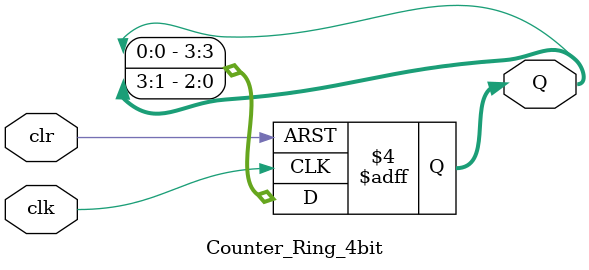
<source format=v>
`timescale 1ns / 1ps


module Counter_Ring_4bit(
input clk,clr,
output [3:0] Q
    );
wire clk,clr;
reg [3:0] Q = 4'b1000;

always@(posedge (clk) or posedge (clr)) begin
if (clr == 1) begin
    Q = 4'b1000;
end
else begin
    Q <= {Q[0],Q[3:1]};
end
end
endmodule

</source>
